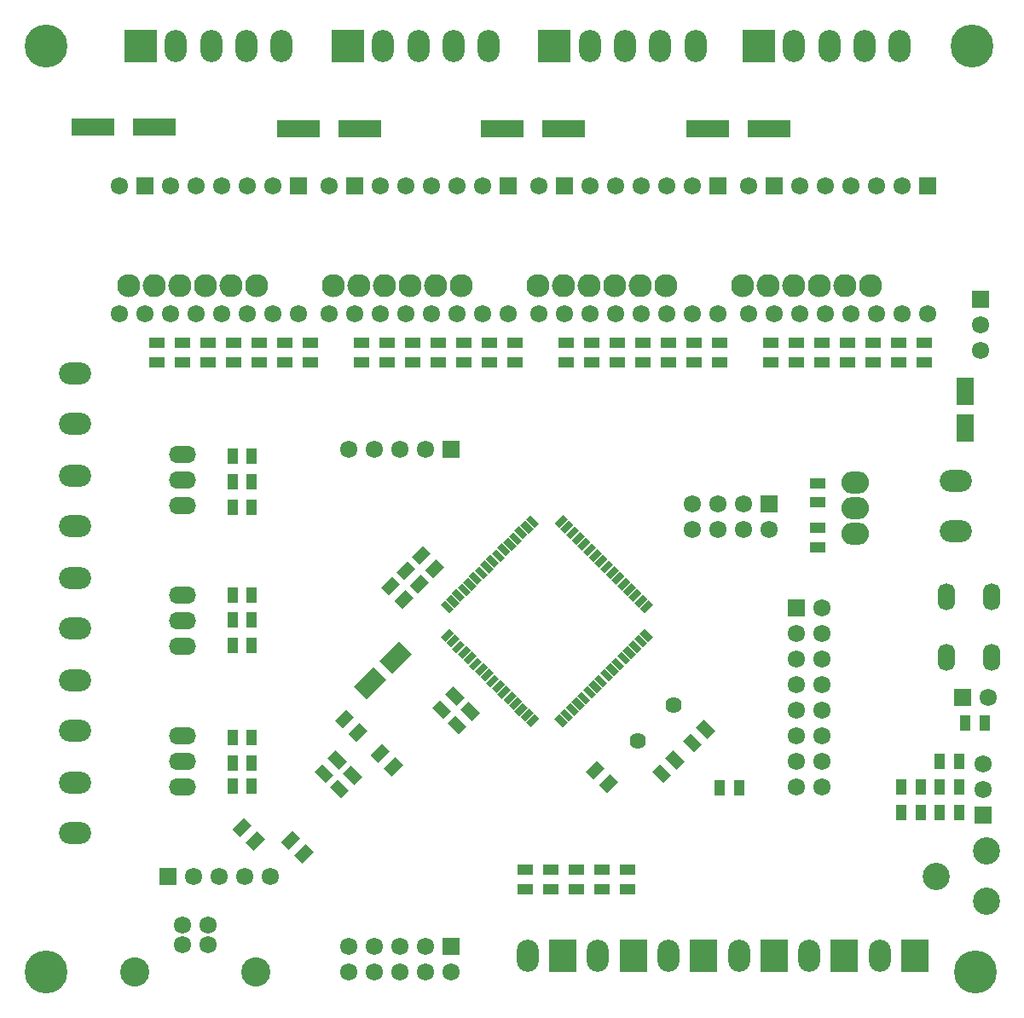
<source format=gts>
G04 (created by PCBNEW (2013-mar-13)-testing) date wto, 15 kwi 2014, 21:51:24*
%MOIN*%
G04 Gerber Fmt 3.4, Leading zero omitted, Abs format*
%FSLAX34Y34*%
G01*
G70*
G90*
G04 APERTURE LIST*
%ADD10C,0.005906*%
%ADD11R,0.042874X0.062874*%
%ADD12O,0.106274X0.066974*%
%ADD13C,0.067874*%
%ADD14C,0.114174*%
%ADD15R,0.067874X0.067874*%
%ADD16O,0.125984X0.086614*%
%ADD17R,0.062874X0.042874*%
%ADD18C,0.167874*%
%ADD19C,0.063874*%
%ADD20O,0.066874X0.106274*%
%ADD21O,0.067874X0.106274*%
%ADD22O,0.107874X0.087874*%
%ADD23O,0.090551X0.090551*%
%ADD24C,0.090551*%
%ADD25C,0.106274*%
%ADD26R,0.165374X0.070874*%
%ADD27R,0.125984X0.125984*%
%ADD28O,0.086614X0.125984*%
%ADD29R,0.106299X0.125984*%
%ADD30R,0.070874X0.110274*%
G04 APERTURE END LIST*
G54D10*
G54D11*
X9630Y-28609D03*
X8880Y-28609D03*
X9630Y-23059D03*
X8880Y-23059D03*
X9630Y-17609D03*
X8880Y-17609D03*
G54D10*
G36*
X22666Y-29964D02*
X23111Y-29520D01*
X23414Y-29823D01*
X22969Y-30267D01*
X22666Y-29964D01*
X22666Y-29964D01*
G37*
G36*
X23196Y-30494D02*
X23641Y-30050D01*
X23944Y-30353D01*
X23499Y-30798D01*
X23196Y-30494D01*
X23196Y-30494D01*
G37*
G36*
X15944Y-23153D02*
X15499Y-23598D01*
X15196Y-23294D01*
X15641Y-22850D01*
X15944Y-23153D01*
X15944Y-23153D01*
G37*
G36*
X15414Y-22623D02*
X14969Y-23067D01*
X14666Y-22764D01*
X15111Y-22320D01*
X15414Y-22623D01*
X15414Y-22623D01*
G37*
G36*
X15866Y-21564D02*
X16311Y-21120D01*
X16614Y-21423D01*
X16169Y-21867D01*
X15866Y-21564D01*
X15866Y-21564D01*
G37*
G36*
X16396Y-22094D02*
X16841Y-21650D01*
X17144Y-21953D01*
X16699Y-22398D01*
X16396Y-22094D01*
X16396Y-22094D01*
G37*
G54D11*
X37530Y-28059D03*
X38280Y-28059D03*
G54D10*
G36*
X17334Y-23759D02*
X17000Y-23425D01*
X17181Y-23244D01*
X17515Y-23578D01*
X17334Y-23759D01*
X17334Y-23759D01*
G37*
G36*
X17557Y-23537D02*
X17223Y-23203D01*
X17404Y-23022D01*
X17738Y-23356D01*
X17557Y-23537D01*
X17557Y-23537D01*
G37*
G36*
X17780Y-23314D02*
X17445Y-22980D01*
X17626Y-22799D01*
X17961Y-23133D01*
X17780Y-23314D01*
X17780Y-23314D01*
G37*
G36*
X18002Y-23091D02*
X17668Y-22757D01*
X17849Y-22576D01*
X18183Y-22910D01*
X18002Y-23091D01*
X18002Y-23091D01*
G37*
G36*
X18225Y-22868D02*
X17891Y-22534D01*
X18072Y-22353D01*
X18406Y-22687D01*
X18225Y-22868D01*
X18225Y-22868D01*
G37*
G36*
X18448Y-22646D02*
X18114Y-22312D01*
X18295Y-22131D01*
X18629Y-22465D01*
X18448Y-22646D01*
X18448Y-22646D01*
G37*
G36*
X18670Y-22423D02*
X18336Y-22089D01*
X18517Y-21908D01*
X18851Y-22242D01*
X18670Y-22423D01*
X18670Y-22423D01*
G37*
G36*
X20675Y-20419D02*
X20341Y-20085D01*
X20522Y-19904D01*
X20856Y-20238D01*
X20675Y-20419D01*
X20675Y-20419D01*
G37*
G36*
X20452Y-20641D02*
X20118Y-20307D01*
X20299Y-20126D01*
X20633Y-20460D01*
X20452Y-20641D01*
X20452Y-20641D01*
G37*
G36*
X20229Y-20864D02*
X19895Y-20530D01*
X20076Y-20349D01*
X20410Y-20683D01*
X20229Y-20864D01*
X20229Y-20864D01*
G37*
G36*
X20007Y-21087D02*
X19673Y-20753D01*
X19854Y-20572D01*
X20188Y-20906D01*
X20007Y-21087D01*
X20007Y-21087D01*
G37*
G36*
X19784Y-21309D02*
X19450Y-20975D01*
X19631Y-20794D01*
X19965Y-21129D01*
X19784Y-21309D01*
X19784Y-21309D01*
G37*
G36*
X19561Y-21532D02*
X19227Y-21198D01*
X19408Y-21017D01*
X19742Y-21351D01*
X19561Y-21532D01*
X19561Y-21532D01*
G37*
G36*
X19339Y-21755D02*
X19004Y-21421D01*
X19185Y-21240D01*
X19519Y-21574D01*
X19339Y-21755D01*
X19339Y-21755D01*
G37*
G36*
X19116Y-21978D02*
X18782Y-21644D01*
X18963Y-21463D01*
X19297Y-21797D01*
X19116Y-21978D01*
X19116Y-21978D01*
G37*
G36*
X18893Y-22200D02*
X18559Y-21866D01*
X18740Y-21685D01*
X19074Y-22019D01*
X18893Y-22200D01*
X18893Y-22200D01*
G37*
G36*
X21635Y-20419D02*
X21454Y-20238D01*
X21788Y-19904D01*
X21969Y-20085D01*
X21635Y-20419D01*
X21635Y-20419D01*
G37*
G36*
X21858Y-20641D02*
X21677Y-20460D01*
X22011Y-20126D01*
X22192Y-20307D01*
X21858Y-20641D01*
X21858Y-20641D01*
G37*
G36*
X22081Y-20864D02*
X21900Y-20683D01*
X22234Y-20349D01*
X22415Y-20530D01*
X22081Y-20864D01*
X22081Y-20864D01*
G37*
G36*
X22303Y-21087D02*
X22122Y-20906D01*
X22456Y-20572D01*
X22637Y-20753D01*
X22303Y-21087D01*
X22303Y-21087D01*
G37*
G36*
X22526Y-21309D02*
X22345Y-21129D01*
X22679Y-20794D01*
X22860Y-20975D01*
X22526Y-21309D01*
X22526Y-21309D01*
G37*
G36*
X22749Y-21532D02*
X22568Y-21351D01*
X22902Y-21017D01*
X23083Y-21198D01*
X22749Y-21532D01*
X22749Y-21532D01*
G37*
G36*
X22971Y-21755D02*
X22791Y-21574D01*
X23125Y-21240D01*
X23306Y-21421D01*
X22971Y-21755D01*
X22971Y-21755D01*
G37*
G36*
X23194Y-21978D02*
X23013Y-21797D01*
X23347Y-21463D01*
X23528Y-21644D01*
X23194Y-21978D01*
X23194Y-21978D01*
G37*
G36*
X24976Y-23759D02*
X24795Y-23578D01*
X25129Y-23244D01*
X25310Y-23425D01*
X24976Y-23759D01*
X24976Y-23759D01*
G37*
G36*
X24753Y-23537D02*
X24572Y-23356D01*
X24906Y-23022D01*
X25087Y-23203D01*
X24753Y-23537D01*
X24753Y-23537D01*
G37*
G36*
X24530Y-23314D02*
X24350Y-23133D01*
X24684Y-22799D01*
X24865Y-22980D01*
X24530Y-23314D01*
X24530Y-23314D01*
G37*
G36*
X24308Y-23091D02*
X24127Y-22910D01*
X24461Y-22576D01*
X24642Y-22757D01*
X24308Y-23091D01*
X24308Y-23091D01*
G37*
G36*
X24085Y-22868D02*
X23904Y-22687D01*
X24238Y-22353D01*
X24419Y-22534D01*
X24085Y-22868D01*
X24085Y-22868D01*
G37*
G36*
X23862Y-22646D02*
X23681Y-22465D01*
X24015Y-22131D01*
X24196Y-22312D01*
X23862Y-22646D01*
X23862Y-22646D01*
G37*
G36*
X23640Y-22423D02*
X23459Y-22242D01*
X23793Y-21908D01*
X23974Y-22089D01*
X23640Y-22423D01*
X23640Y-22423D01*
G37*
G36*
X23417Y-22200D02*
X23236Y-22019D01*
X23570Y-21685D01*
X23751Y-21866D01*
X23417Y-22200D01*
X23417Y-22200D01*
G37*
G36*
X18963Y-26655D02*
X18782Y-26474D01*
X19116Y-26140D01*
X19297Y-26320D01*
X18963Y-26655D01*
X18963Y-26655D01*
G37*
G36*
X19185Y-26877D02*
X19004Y-26696D01*
X19339Y-26362D01*
X19519Y-26543D01*
X19185Y-26877D01*
X19185Y-26877D01*
G37*
G36*
X19408Y-27100D02*
X19227Y-26919D01*
X19561Y-26585D01*
X19742Y-26766D01*
X19408Y-27100D01*
X19408Y-27100D01*
G37*
G36*
X19631Y-27323D02*
X19450Y-27142D01*
X19784Y-26808D01*
X19965Y-26989D01*
X19631Y-27323D01*
X19631Y-27323D01*
G37*
G36*
X19854Y-27545D02*
X19673Y-27364D01*
X20007Y-27030D01*
X20188Y-27211D01*
X19854Y-27545D01*
X19854Y-27545D01*
G37*
G36*
X20076Y-27768D02*
X19895Y-27587D01*
X20229Y-27253D01*
X20410Y-27434D01*
X20076Y-27768D01*
X20076Y-27768D01*
G37*
G36*
X20299Y-27991D02*
X20118Y-27810D01*
X20452Y-27476D01*
X20633Y-27657D01*
X20299Y-27991D01*
X20299Y-27991D01*
G37*
G36*
X20522Y-28214D02*
X20341Y-28033D01*
X20675Y-27698D01*
X20856Y-27879D01*
X20522Y-28214D01*
X20522Y-28214D01*
G37*
G36*
X18740Y-26432D02*
X18559Y-26251D01*
X18893Y-25917D01*
X19074Y-26098D01*
X18740Y-26432D01*
X18740Y-26432D01*
G37*
G36*
X18517Y-26209D02*
X18336Y-26028D01*
X18670Y-25694D01*
X18851Y-25875D01*
X18517Y-26209D01*
X18517Y-26209D01*
G37*
G36*
X18295Y-25986D02*
X18114Y-25805D01*
X18448Y-25471D01*
X18629Y-25652D01*
X18295Y-25986D01*
X18295Y-25986D01*
G37*
G36*
X18072Y-25764D02*
X17891Y-25583D01*
X18225Y-25249D01*
X18406Y-25430D01*
X18072Y-25764D01*
X18072Y-25764D01*
G37*
G36*
X17849Y-25541D02*
X17668Y-25360D01*
X18002Y-25026D01*
X18183Y-25207D01*
X17849Y-25541D01*
X17849Y-25541D01*
G37*
G36*
X17626Y-25318D02*
X17445Y-25137D01*
X17780Y-24803D01*
X17961Y-24984D01*
X17626Y-25318D01*
X17626Y-25318D01*
G37*
G36*
X17404Y-25096D02*
X17223Y-24915D01*
X17557Y-24581D01*
X17738Y-24761D01*
X17404Y-25096D01*
X17404Y-25096D01*
G37*
G36*
X17181Y-24873D02*
X17000Y-24692D01*
X17334Y-24358D01*
X17515Y-24539D01*
X17181Y-24873D01*
X17181Y-24873D01*
G37*
G36*
X23347Y-26655D02*
X23013Y-26320D01*
X23194Y-26140D01*
X23528Y-26474D01*
X23347Y-26655D01*
X23347Y-26655D01*
G37*
G36*
X23570Y-26432D02*
X23236Y-26098D01*
X23417Y-25917D01*
X23751Y-26251D01*
X23570Y-26432D01*
X23570Y-26432D01*
G37*
G36*
X23793Y-26209D02*
X23459Y-25875D01*
X23640Y-25694D01*
X23974Y-26028D01*
X23793Y-26209D01*
X23793Y-26209D01*
G37*
G36*
X24015Y-25986D02*
X23681Y-25652D01*
X23862Y-25471D01*
X24196Y-25805D01*
X24015Y-25986D01*
X24015Y-25986D01*
G37*
G36*
X24238Y-25764D02*
X23904Y-25430D01*
X24085Y-25249D01*
X24419Y-25583D01*
X24238Y-25764D01*
X24238Y-25764D01*
G37*
G36*
X24461Y-25541D02*
X24127Y-25207D01*
X24308Y-25026D01*
X24642Y-25360D01*
X24461Y-25541D01*
X24461Y-25541D01*
G37*
G36*
X24684Y-25318D02*
X24350Y-24984D01*
X24530Y-24803D01*
X24865Y-25137D01*
X24684Y-25318D01*
X24684Y-25318D01*
G37*
G36*
X24906Y-25096D02*
X24572Y-24761D01*
X24753Y-24581D01*
X25087Y-24915D01*
X24906Y-25096D01*
X24906Y-25096D01*
G37*
G36*
X25129Y-24873D02*
X24795Y-24539D01*
X24976Y-24358D01*
X25310Y-24692D01*
X25129Y-24873D01*
X25129Y-24873D01*
G37*
G36*
X23125Y-26877D02*
X22791Y-26543D01*
X22971Y-26362D01*
X23306Y-26696D01*
X23125Y-26877D01*
X23125Y-26877D01*
G37*
G36*
X22902Y-27100D02*
X22568Y-26766D01*
X22749Y-26585D01*
X23083Y-26919D01*
X22902Y-27100D01*
X22902Y-27100D01*
G37*
G36*
X22679Y-27323D02*
X22345Y-26989D01*
X22526Y-26808D01*
X22860Y-27142D01*
X22679Y-27323D01*
X22679Y-27323D01*
G37*
G36*
X22456Y-27545D02*
X22122Y-27211D01*
X22303Y-27030D01*
X22637Y-27364D01*
X22456Y-27545D01*
X22456Y-27545D01*
G37*
G36*
X22234Y-27768D02*
X21900Y-27434D01*
X22081Y-27253D01*
X22415Y-27587D01*
X22234Y-27768D01*
X22234Y-27768D01*
G37*
G36*
X22011Y-27991D02*
X21677Y-27657D01*
X21858Y-27476D01*
X22192Y-27810D01*
X22011Y-27991D01*
X22011Y-27991D01*
G37*
G36*
X21788Y-28214D02*
X21454Y-27879D01*
X21635Y-27698D01*
X21969Y-28033D01*
X21788Y-28214D01*
X21788Y-28214D01*
G37*
G36*
X15266Y-22164D02*
X15711Y-21720D01*
X16014Y-22023D01*
X15569Y-22467D01*
X15266Y-22164D01*
X15266Y-22164D01*
G37*
G36*
X15796Y-22694D02*
X16241Y-22250D01*
X16544Y-22553D01*
X16099Y-22998D01*
X15796Y-22694D01*
X15796Y-22694D01*
G37*
G54D12*
X6905Y-29559D03*
X6905Y-30559D03*
X6905Y-28559D03*
X6905Y-24059D03*
X6905Y-25059D03*
X6905Y-23059D03*
X6905Y-18559D03*
X6905Y-19559D03*
X6905Y-17559D03*
G54D13*
X7905Y-35946D03*
X6905Y-35946D03*
X6905Y-36733D03*
X7905Y-36733D03*
G54D14*
X9767Y-37796D03*
X5043Y-37796D03*
G54D15*
X11461Y-7059D03*
G54D13*
X10461Y-7059D03*
X9461Y-7059D03*
X8461Y-7059D03*
X7461Y-7059D03*
X6461Y-7059D03*
G54D15*
X5461Y-7059D03*
G54D13*
X4461Y-7059D03*
X4461Y-12059D03*
X5461Y-12059D03*
X6461Y-12059D03*
X7461Y-12059D03*
X8461Y-12059D03*
X9461Y-12059D03*
X10461Y-12059D03*
X11461Y-12059D03*
G54D16*
X2705Y-16343D03*
X2705Y-14374D03*
X2705Y-18374D03*
X2705Y-20343D03*
X2705Y-26374D03*
X2705Y-28343D03*
X2705Y-30374D03*
X2705Y-32343D03*
G54D11*
X8880Y-19609D03*
X9630Y-19609D03*
X9630Y-24009D03*
X8880Y-24009D03*
X8880Y-25009D03*
X9630Y-25009D03*
X8880Y-30509D03*
X9630Y-30509D03*
G54D16*
X37155Y-18574D03*
X37155Y-20543D03*
G54D10*
G36*
X26911Y-29198D02*
X26466Y-28753D01*
X26769Y-28450D01*
X27214Y-28894D01*
X26911Y-29198D01*
X26911Y-29198D01*
G37*
G36*
X27441Y-28667D02*
X26996Y-28223D01*
X27299Y-27920D01*
X27744Y-28364D01*
X27441Y-28667D01*
X27441Y-28667D01*
G37*
G36*
X26099Y-29120D02*
X26544Y-29564D01*
X26241Y-29867D01*
X25796Y-29423D01*
X26099Y-29120D01*
X26099Y-29120D01*
G37*
G36*
X25569Y-29650D02*
X26014Y-30094D01*
X25711Y-30398D01*
X25266Y-29953D01*
X25569Y-29650D01*
X25569Y-29650D01*
G37*
G36*
X17111Y-27898D02*
X16666Y-27453D01*
X16969Y-27150D01*
X17414Y-27594D01*
X17111Y-27898D01*
X17111Y-27898D01*
G37*
G36*
X17641Y-27367D02*
X17196Y-26923D01*
X17499Y-26620D01*
X17944Y-27064D01*
X17641Y-27367D01*
X17641Y-27367D01*
G37*
G54D17*
X22305Y-33784D03*
X22305Y-34534D03*
X24305Y-33784D03*
X24305Y-34534D03*
X21305Y-33784D03*
X21305Y-34534D03*
G54D11*
X37280Y-31559D03*
X36530Y-31559D03*
X37280Y-30559D03*
X36530Y-30559D03*
G54D15*
X38205Y-31659D03*
G54D13*
X38205Y-30659D03*
X38205Y-29659D03*
G54D15*
X6355Y-34046D03*
G54D13*
X7355Y-34046D03*
X8355Y-34046D03*
X9355Y-34046D03*
X10355Y-34046D03*
G54D15*
X17405Y-36796D03*
G54D13*
X17405Y-37796D03*
X16405Y-36796D03*
X16405Y-37796D03*
X15405Y-36796D03*
X15405Y-37796D03*
X14405Y-36796D03*
X14405Y-37796D03*
X13405Y-36796D03*
X13405Y-37796D03*
G54D11*
X9630Y-18609D03*
X8880Y-18609D03*
X35780Y-31559D03*
X35030Y-31559D03*
X35780Y-30559D03*
X35030Y-30559D03*
X37280Y-29559D03*
X36530Y-29559D03*
G54D10*
G36*
X13111Y-30998D02*
X12666Y-30553D01*
X12969Y-30250D01*
X13414Y-30694D01*
X13111Y-30998D01*
X13111Y-30998D01*
G37*
G36*
X13641Y-30467D02*
X13196Y-30023D01*
X13499Y-29720D01*
X13944Y-30164D01*
X13641Y-30467D01*
X13641Y-30467D01*
G37*
G36*
X12511Y-30398D02*
X12066Y-29953D01*
X12369Y-29650D01*
X12814Y-30094D01*
X12511Y-30398D01*
X12511Y-30398D01*
G37*
G36*
X13041Y-29867D02*
X12596Y-29423D01*
X12899Y-29120D01*
X13344Y-29564D01*
X13041Y-29867D01*
X13041Y-29867D01*
G37*
G54D11*
X9630Y-29609D03*
X8880Y-29609D03*
G54D17*
X23305Y-34534D03*
X23305Y-33784D03*
X20305Y-34534D03*
X20305Y-33784D03*
G54D18*
X1574Y-1574D03*
X37795Y-1574D03*
X1574Y-37795D03*
X37905Y-37796D03*
G54D19*
X24698Y-28766D03*
X26112Y-27351D03*
G54D20*
X36770Y-25489D03*
G54D21*
X38540Y-25489D03*
G54D20*
X36770Y-23129D03*
X38540Y-23129D03*
G54D15*
X36052Y-7059D03*
G54D13*
X35052Y-7059D03*
X34052Y-7059D03*
X33052Y-7059D03*
X32052Y-7059D03*
X31052Y-7059D03*
G54D15*
X30052Y-7059D03*
G54D13*
X29052Y-7059D03*
X29052Y-12059D03*
X30052Y-12059D03*
X31052Y-12059D03*
X32052Y-12059D03*
X33052Y-12059D03*
X34052Y-12059D03*
X35052Y-12059D03*
X36052Y-12059D03*
G54D15*
X19658Y-7059D03*
G54D13*
X18658Y-7059D03*
X17658Y-7059D03*
X16658Y-7059D03*
X15658Y-7059D03*
X14658Y-7059D03*
G54D15*
X13658Y-7059D03*
G54D13*
X12658Y-7059D03*
X12658Y-12059D03*
X13658Y-12059D03*
X14658Y-12059D03*
X15658Y-12059D03*
X16658Y-12059D03*
X17658Y-12059D03*
X18658Y-12059D03*
X19658Y-12059D03*
G54D15*
X27855Y-7059D03*
G54D13*
X26855Y-7059D03*
X25855Y-7059D03*
X24855Y-7059D03*
X23855Y-7059D03*
X22855Y-7059D03*
G54D15*
X21855Y-7059D03*
G54D13*
X20855Y-7059D03*
X20855Y-12059D03*
X21855Y-12059D03*
X22855Y-12059D03*
X23855Y-12059D03*
X24855Y-12059D03*
X25855Y-12059D03*
X26855Y-12059D03*
X27855Y-12059D03*
G54D17*
X31755Y-18671D03*
X31755Y-19421D03*
X31755Y-21171D03*
X31755Y-20421D03*
G54D22*
X33205Y-19659D03*
X33205Y-20659D03*
X33205Y-18659D03*
G54D16*
X2705Y-24343D03*
X2705Y-22374D03*
G54D15*
X37405Y-27059D03*
G54D13*
X38405Y-27059D03*
G54D23*
X29805Y-10959D03*
G54D24*
X28805Y-10959D03*
G54D23*
X13805Y-10959D03*
G54D24*
X12805Y-10959D03*
G54D23*
X21805Y-10959D03*
G54D24*
X20805Y-10959D03*
G54D23*
X30805Y-10959D03*
G54D24*
X31805Y-10959D03*
G54D23*
X14805Y-10959D03*
G54D24*
X15805Y-10959D03*
G54D23*
X22805Y-10959D03*
G54D24*
X23805Y-10959D03*
G54D23*
X6805Y-10959D03*
G54D24*
X7805Y-10959D03*
G54D23*
X8805Y-10959D03*
G54D24*
X9805Y-10959D03*
G54D23*
X32805Y-10959D03*
G54D24*
X33805Y-10959D03*
G54D23*
X16805Y-10959D03*
G54D24*
X17805Y-10959D03*
G54D23*
X24805Y-10959D03*
G54D24*
X25805Y-10959D03*
G54D23*
X5805Y-10959D03*
G54D24*
X4805Y-10959D03*
G54D17*
X7905Y-13184D03*
X7905Y-13934D03*
X15905Y-13184D03*
X15905Y-13934D03*
X23905Y-13184D03*
X23905Y-13934D03*
X31905Y-13184D03*
X31905Y-13934D03*
X35905Y-13184D03*
X35905Y-13934D03*
X34905Y-13184D03*
X34905Y-13934D03*
X33905Y-13184D03*
X33905Y-13934D03*
X32905Y-13184D03*
X32905Y-13934D03*
X29905Y-13184D03*
X29905Y-13934D03*
X30905Y-13184D03*
X30905Y-13934D03*
X11905Y-13184D03*
X11905Y-13934D03*
X10905Y-13184D03*
X10905Y-13934D03*
X9905Y-13184D03*
X9905Y-13934D03*
X8905Y-13184D03*
X8905Y-13934D03*
X5905Y-13184D03*
X5905Y-13934D03*
X6905Y-13184D03*
X6905Y-13934D03*
X19905Y-13184D03*
X19905Y-13934D03*
X18905Y-13184D03*
X18905Y-13934D03*
X17905Y-13184D03*
X17905Y-13934D03*
X16905Y-13184D03*
X16905Y-13934D03*
X13905Y-13184D03*
X13905Y-13934D03*
X14905Y-13184D03*
X14905Y-13934D03*
X27905Y-13184D03*
X27905Y-13934D03*
X26905Y-13184D03*
X26905Y-13934D03*
X25905Y-13184D03*
X25905Y-13934D03*
X24905Y-13184D03*
X24905Y-13934D03*
X21905Y-13184D03*
X21905Y-13934D03*
X22905Y-13184D03*
X22905Y-13934D03*
G54D10*
G36*
X18099Y-27220D02*
X18544Y-27664D01*
X18241Y-27967D01*
X17796Y-27523D01*
X18099Y-27220D01*
X18099Y-27220D01*
G37*
G36*
X17569Y-27750D02*
X18014Y-28194D01*
X17711Y-28498D01*
X17266Y-28053D01*
X17569Y-27750D01*
X17569Y-27750D01*
G37*
G54D11*
X28680Y-30596D03*
X27930Y-30596D03*
G54D15*
X17405Y-17359D03*
G54D13*
X16405Y-17359D03*
X15405Y-17359D03*
X14405Y-17359D03*
X13405Y-17359D03*
G54D15*
X30905Y-23559D03*
G54D13*
X31905Y-23559D03*
X30905Y-24559D03*
X31905Y-24559D03*
X30905Y-25559D03*
X31905Y-25559D03*
X30905Y-26559D03*
X31905Y-26559D03*
X30905Y-27559D03*
X31905Y-27559D03*
X30905Y-28559D03*
X31905Y-28559D03*
X30905Y-29559D03*
X31905Y-29559D03*
X30905Y-30559D03*
X31905Y-30559D03*
G54D25*
X36371Y-34046D03*
X38339Y-33062D03*
X38339Y-35030D03*
G54D15*
X29855Y-19496D03*
G54D13*
X29855Y-20496D03*
X28855Y-19496D03*
X28855Y-20496D03*
X27855Y-19496D03*
X27855Y-20496D03*
X26855Y-19496D03*
X26855Y-20496D03*
G54D10*
G36*
X10144Y-32590D02*
X9699Y-33035D01*
X9396Y-32731D01*
X9841Y-32287D01*
X10144Y-32590D01*
X10144Y-32590D01*
G37*
G36*
X9614Y-32060D02*
X9169Y-32504D01*
X8866Y-32201D01*
X9311Y-31757D01*
X9614Y-32060D01*
X9614Y-32060D01*
G37*
G36*
X10766Y-32701D02*
X11211Y-32257D01*
X11514Y-32560D01*
X11069Y-33004D01*
X10766Y-32701D01*
X10766Y-32701D01*
G37*
G36*
X11296Y-33231D02*
X11741Y-32787D01*
X12044Y-33090D01*
X11599Y-33535D01*
X11296Y-33231D01*
X11296Y-33231D01*
G37*
G36*
X14266Y-29301D02*
X14711Y-28857D01*
X15014Y-29160D01*
X14569Y-29604D01*
X14266Y-29301D01*
X14266Y-29301D01*
G37*
G36*
X14796Y-29831D02*
X15241Y-29387D01*
X15544Y-29690D01*
X15099Y-30135D01*
X14796Y-29831D01*
X14796Y-29831D01*
G37*
G36*
X14144Y-28340D02*
X13699Y-28785D01*
X13396Y-28481D01*
X13841Y-28037D01*
X14144Y-28340D01*
X14144Y-28340D01*
G37*
G36*
X13614Y-27810D02*
X13169Y-28254D01*
X12866Y-27951D01*
X13311Y-27507D01*
X13614Y-27810D01*
X13614Y-27810D01*
G37*
G54D26*
X27460Y-4803D03*
X29862Y-4803D03*
X19428Y-4803D03*
X21830Y-4803D03*
X11436Y-4803D03*
X13838Y-4803D03*
X3405Y-4763D03*
X5807Y-4763D03*
G54D27*
X29448Y-1574D03*
G54D28*
X30826Y-1574D03*
X32204Y-1574D03*
X33582Y-1574D03*
X34960Y-1574D03*
G54D27*
X21456Y-1574D03*
G54D28*
X22834Y-1574D03*
X24212Y-1574D03*
X25590Y-1574D03*
X26968Y-1574D03*
G54D27*
X13385Y-1574D03*
G54D28*
X14763Y-1574D03*
X16141Y-1574D03*
X17519Y-1574D03*
X18897Y-1574D03*
G54D27*
X5275Y-1574D03*
G54D28*
X6653Y-1574D03*
X8031Y-1574D03*
X9409Y-1574D03*
X10787Y-1574D03*
G54D29*
X35554Y-37159D03*
G54D28*
X34176Y-37159D03*
G54D29*
X30054Y-37159D03*
G54D28*
X28676Y-37159D03*
G54D29*
X24534Y-37159D03*
G54D28*
X23156Y-37159D03*
G54D29*
X21794Y-37159D03*
G54D28*
X20416Y-37159D03*
G54D29*
X32794Y-37159D03*
G54D28*
X31416Y-37159D03*
G54D29*
X27294Y-37159D03*
G54D28*
X25916Y-37159D03*
G54D10*
G36*
X15107Y-26115D02*
X14606Y-25614D01*
X15386Y-24834D01*
X15887Y-25335D01*
X15107Y-26115D01*
X15107Y-26115D01*
G37*
G36*
X14104Y-27117D02*
X13603Y-26616D01*
X14383Y-25836D01*
X14884Y-26338D01*
X14104Y-27117D01*
X14104Y-27117D01*
G37*
G54D30*
X37505Y-15087D03*
X37505Y-16505D03*
G54D15*
X38105Y-11496D03*
G54D13*
X38105Y-12496D03*
X38105Y-13496D03*
M02*

</source>
